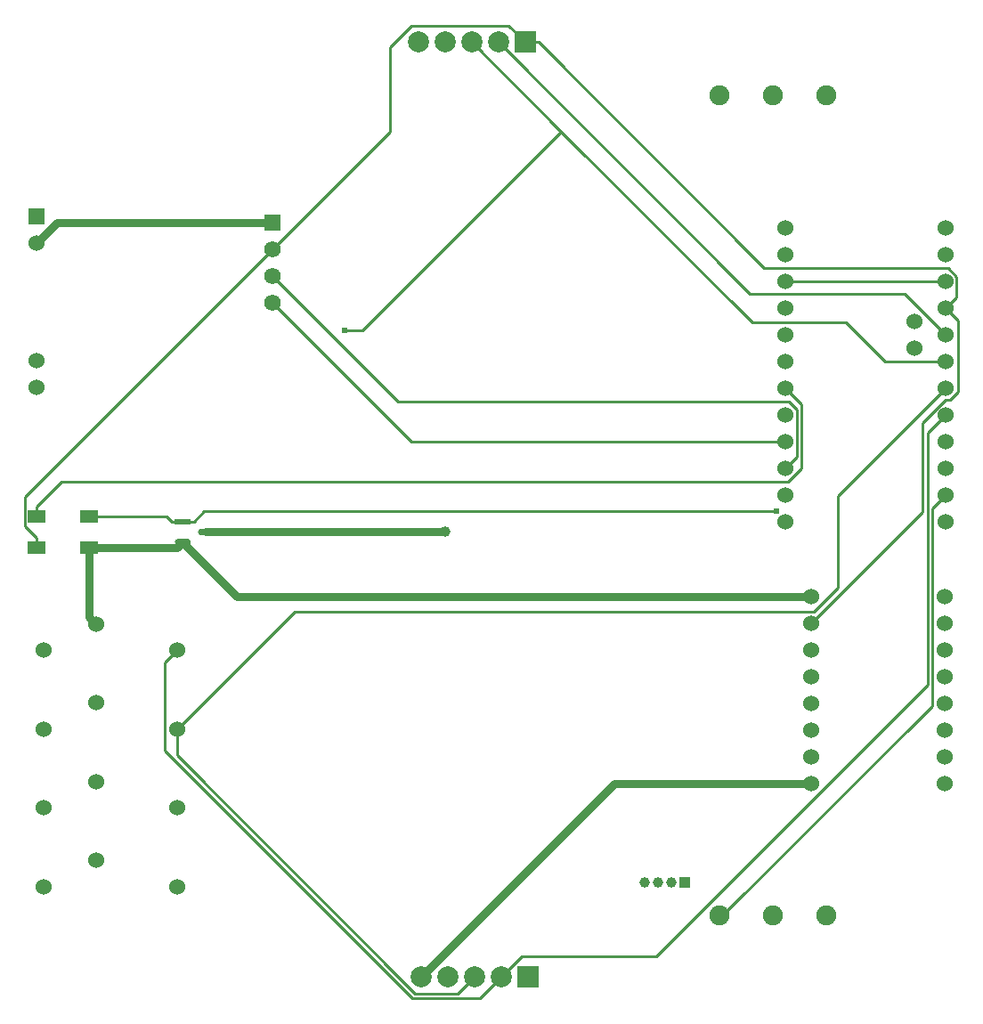
<source format=gtl>
G04 Layer: TopLayer*
G04 EasyEDA v6.5.47, 2024-11-20 18:03:06*
G04 98833bf8f3114fe38780f31a112c5de4,28dbc4cd0de04f76b295d4d1f3f9c80b,10*
G04 Gerber Generator version 0.2*
G04 Scale: 100 percent, Rotated: No, Reflected: No *
G04 Dimensions in millimeters *
G04 leading zeros omitted , absolute positions ,4 integer and 5 decimal *
%FSLAX45Y45*%
%MOMM*%

%AMMACRO1*21,1,$1,$2,0,0,$3*%
%ADD10C,0.2540*%
%ADD11C,0.7600*%
%ADD12R,1.5050X0.5720*%
%ADD13MACRO1,1.701X1.2075X0.0000*%
%ADD14R,1.7010X1.2075*%
%ADD15C,1.5240*%
%ADD16R,1.0000X1.0000*%
%ADD17C,1.0000*%
%ADD18R,2.0000X2.0000*%
%ADD19C,2.0000*%
%ADD20R,1.5748X1.5748*%
%ADD21C,1.5748*%
%ADD22R,1.5240X1.5240*%
%ADD23C,1.9000*%
%ADD24C,0.6100*%
%ADD25C,0.0170*%

%LPD*%
D10*
X4660900Y266697D02*
G01*
X4507331Y113129D01*
X4100829Y113129D01*
X1834997Y2378961D01*
X1834997Y2625011D01*
X9142984Y5864984D02*
G01*
X8122386Y4844387D01*
X8122386Y3969077D01*
X7893583Y3740274D01*
X2950260Y3740274D01*
X1834997Y2625011D01*
X7618984Y6880984D02*
G01*
X9142984Y6880984D01*
X999997Y4647867D02*
G01*
X1733956Y4647867D01*
X1786839Y4594984D01*
X1838426Y4594984D02*
G01*
X1786839Y4594984D01*
X1838426Y4594984D02*
G01*
X1889988Y4594984D01*
X7535570Y4693942D02*
G01*
X2092121Y4693942D01*
X1993163Y4594984D01*
X1889988Y4594984D02*
G01*
X1993163Y4594984D01*
X7618984Y5356984D02*
G01*
X4066413Y5356984D01*
X2743200Y6680197D01*
X2743200Y6934197D02*
G01*
X3939413Y5737984D01*
X7653248Y5737984D01*
X7726934Y5664299D01*
X7726934Y5210934D01*
X7618984Y5102984D01*
X6991984Y825497D02*
G01*
X9014079Y2847591D01*
X9014079Y4720079D01*
X9142984Y4848984D01*
D11*
X1065123Y3624958D02*
G01*
X999997Y3690084D01*
X999997Y4352109D01*
X2743200Y7442197D02*
G01*
X696213Y7442197D01*
X499998Y7245982D01*
X999997Y4352109D02*
G01*
X1837105Y4352109D01*
X1889988Y4404992D01*
X1889988Y4404992D02*
G01*
X2405989Y3888991D01*
X7864983Y3888991D01*
X7864983Y2110991D02*
G01*
X5997193Y2110991D01*
X4152900Y266697D01*
D10*
X9142984Y6372984D02*
G01*
X8752509Y6763458D01*
X7282738Y6763458D01*
X4889500Y9156697D01*
X5486781Y8305441D02*
G01*
X3597529Y6416189D01*
X3431438Y6416189D01*
X4635500Y9156697D02*
G01*
X5486781Y8305441D01*
X5486781Y8305441D02*
G01*
X7301687Y6490510D01*
X8194217Y6490510D01*
X8565743Y6118984D01*
X9142984Y6118984D01*
X7618984Y5864984D02*
G01*
X7771155Y5712813D01*
X7771155Y5105422D01*
X7641716Y4975984D01*
X739825Y4975984D01*
X499998Y4736157D01*
X499998Y4647867D02*
G01*
X499998Y4736157D01*
X499998Y4352109D02*
G01*
X499998Y4440400D01*
X499998Y4440400D02*
G01*
X386867Y4553531D01*
X386867Y4831864D01*
X2743200Y7188197D01*
X7864983Y3634991D02*
G01*
X8922765Y4692774D01*
X8922765Y5538238D01*
X9143009Y5758482D01*
X9189110Y5758482D01*
X9264268Y5833640D01*
X9264268Y6505699D01*
X9142984Y6626984D01*
X2743200Y7188197D02*
G01*
X3857116Y8302114D01*
X3857116Y9107040D01*
X4064127Y9314050D01*
X4986147Y9314050D01*
X5143500Y9156697D01*
X5271414Y9156697D02*
G01*
X7420127Y7007984D01*
X9168180Y7007984D01*
X9247276Y6928888D01*
X9247276Y6731276D01*
X9142984Y6626984D01*
X5143500Y9156697D02*
G01*
X5271414Y9156697D01*
X4914900Y266697D02*
G01*
X4714011Y65808D01*
X4074871Y65808D01*
X1718284Y2422395D01*
X1718284Y3258309D01*
X1834997Y3375022D01*
X9142984Y5610984D02*
G01*
X8973286Y5441287D01*
X8973286Y3047641D01*
X6391097Y465452D01*
X5113654Y465452D01*
X4914900Y266697D01*
D11*
X2110003Y4499988D02*
G01*
X4381500Y4499988D01*
D12*
G01*
X1889988Y4594987D03*
G36*
X1814753Y4404995D02*
G01*
X1814956Y4408449D01*
X1815566Y4411827D01*
X1816607Y4415129D01*
X1818030Y4418279D01*
X1819808Y4421225D01*
X1821942Y4423968D01*
X1824380Y4426407D01*
X1827098Y4428540D01*
X1830044Y4430318D01*
X1833194Y4431741D01*
X1836496Y4432757D01*
X1839899Y4433392D01*
X1843354Y4433595D01*
X1936648Y4433595D01*
X1940102Y4433392D01*
X1943481Y4432757D01*
X1946783Y4431741D01*
X1949932Y4430318D01*
X1952904Y4428540D01*
X1955622Y4426407D01*
X1958060Y4423968D01*
X1960194Y4421225D01*
X1961972Y4418279D01*
X1963394Y4415129D01*
X1964410Y4411827D01*
X1965045Y4408449D01*
X1965248Y4404995D01*
X1965248Y4404995D01*
X1965045Y4401540D01*
X1964410Y4398137D01*
X1963394Y4394860D01*
X1961972Y4391710D01*
X1960194Y4388738D01*
X1958060Y4386021D01*
X1955622Y4383582D01*
X1952904Y4381449D01*
X1949932Y4379671D01*
X1946783Y4378248D01*
X1943481Y4377232D01*
X1940102Y4376597D01*
X1936648Y4376394D01*
X1843354Y4376394D01*
X1839899Y4376597D01*
X1836496Y4377232D01*
X1833194Y4378248D01*
X1830044Y4379671D01*
X1827098Y4381449D01*
X1824380Y4383582D01*
X1821942Y4386021D01*
X1819808Y4388738D01*
X1818030Y4391710D01*
X1816607Y4394860D01*
X1815566Y4398137D01*
X1814956Y4401540D01*
X1814753Y4404995D01*
G37*
G36*
X2034743Y4499990D02*
G01*
X2034946Y4503445D01*
X2035581Y4506823D01*
X2036597Y4510125D01*
X2038019Y4513275D01*
X2039797Y4516246D01*
X2041931Y4518964D01*
X2044369Y4521403D01*
X2047087Y4523536D01*
X2050059Y4525314D01*
X2053209Y4526737D01*
X2056511Y4527753D01*
X2059889Y4528388D01*
X2063343Y4528591D01*
X2156637Y4528591D01*
X2160092Y4528388D01*
X2163495Y4527753D01*
X2166797Y4526737D01*
X2169947Y4525314D01*
X2172893Y4523536D01*
X2175611Y4521403D01*
X2178050Y4518964D01*
X2180183Y4516246D01*
X2181961Y4513275D01*
X2183384Y4510125D01*
X2184425Y4506823D01*
X2185034Y4503445D01*
X2185238Y4499990D01*
X2185238Y4499990D01*
X2185034Y4496536D01*
X2184425Y4493158D01*
X2183384Y4489856D01*
X2181961Y4486706D01*
X2180183Y4483735D01*
X2178050Y4481017D01*
X2175611Y4478578D01*
X2172893Y4476445D01*
X2169947Y4474667D01*
X2166797Y4473244D01*
X2163495Y4472228D01*
X2160092Y4471593D01*
X2156637Y4471390D01*
X2063343Y4471390D01*
X2059889Y4471593D01*
X2056511Y4472228D01*
X2053209Y4473244D01*
X2050059Y4474667D01*
X2047087Y4476445D01*
X2044369Y4478578D01*
X2041931Y4481017D01*
X2039797Y4483735D01*
X2038019Y4486706D01*
X2036597Y4489856D01*
X2035581Y4493158D01*
X2034946Y4496536D01*
X2034743Y4499990D01*
G37*
D13*
G01*
X999998Y4647867D03*
D14*
G01*
X999997Y4352112D03*
D13*
G01*
X499998Y4647867D03*
D14*
G01*
X499998Y4352112D03*
D15*
G01*
X499998Y6126987D03*
G01*
X499998Y5872987D03*
D16*
G01*
X6660515Y1168400D03*
D17*
G01*
X6535521Y1168400D03*
G01*
X6410502Y1168400D03*
G01*
X6285509Y1168400D03*
D18*
G01*
X5143500Y9156700D03*
D19*
G01*
X4889500Y9156700D03*
G01*
X4635500Y9156700D03*
G01*
X4381500Y9156700D03*
G01*
X4127500Y9156700D03*
D18*
G01*
X5168900Y266700D03*
D19*
G01*
X4914900Y266700D03*
G01*
X4660900Y266700D03*
G01*
X4406900Y266700D03*
G01*
X4152900Y266700D03*
D20*
G01*
X2743200Y7442200D03*
D21*
G01*
X2743200Y7188200D03*
G01*
X2743200Y6934200D03*
G01*
X2743200Y6680200D03*
D22*
G01*
X499998Y7499985D03*
D15*
G01*
X499998Y7245985D03*
G01*
X1834997Y3375025D03*
G01*
X1065123Y3624961D03*
G01*
X564997Y3375025D03*
G01*
X1834997Y2625013D03*
G01*
X1065123Y2874949D03*
G01*
X564997Y2625013D03*
G01*
X1834997Y1875028D03*
G01*
X1065123Y2124963D03*
G01*
X564997Y1875028D03*
G01*
X1834997Y1125016D03*
G01*
X1065123Y1374952D03*
G01*
X564997Y1125016D03*
D23*
G01*
X6992238Y8649715D03*
G01*
X7499984Y8649970D03*
G01*
X8007984Y8649970D03*
G01*
X8007731Y850239D03*
G01*
X7499984Y849985D03*
G01*
X6991984Y849985D03*
D15*
G01*
X7864983Y2618994D03*
G01*
X7864983Y2364994D03*
G01*
X7864983Y2110994D03*
G01*
X7864983Y2872994D03*
G01*
X7864983Y3126994D03*
G01*
X7864983Y3380994D03*
G01*
X7864983Y3634994D03*
G01*
X7864983Y3888994D03*
G01*
X9134983Y3888994D03*
G01*
X9134983Y3634994D03*
G01*
X9134983Y3380994D03*
G01*
X9134983Y3126994D03*
G01*
X9134983Y2872994D03*
G01*
X9134983Y2618994D03*
G01*
X9134983Y2364994D03*
G01*
X9134983Y2110994D03*
G01*
X9142984Y5610987D03*
G01*
X9142984Y5864987D03*
G01*
X9142984Y6118987D03*
G01*
X9142984Y6372987D03*
G01*
X8842984Y6245987D03*
G01*
X8842984Y6499987D03*
G01*
X7618984Y6372987D03*
G01*
X7618984Y6118987D03*
G01*
X7618984Y5864987D03*
G01*
X7618984Y5610987D03*
G01*
X7618984Y5356987D03*
G01*
X7618984Y5102987D03*
G01*
X7618984Y4848987D03*
G01*
X7618984Y4594987D03*
G01*
X9142984Y4594987D03*
G01*
X9142984Y4848987D03*
G01*
X9142984Y5102987D03*
G01*
X9142984Y5356987D03*
G01*
X7618984Y6626987D03*
G01*
X9142984Y7134987D03*
G01*
X9142984Y7388987D03*
G01*
X9142984Y6880987D03*
G01*
X7618984Y6880987D03*
G01*
X7618984Y7134987D03*
G01*
X7618984Y7388987D03*
G01*
X9142984Y6626987D03*
D17*
G01*
X4381500Y4499990D03*
D24*
G01*
X3431438Y6416192D03*
G01*
X7535570Y4693945D03*
M02*

</source>
